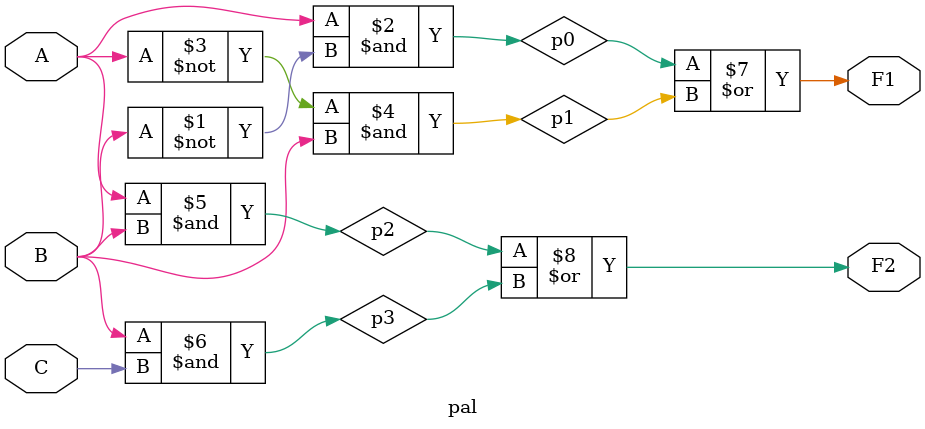
<source format=v>
module pal(A,B,C,F1,F2);     // F1 = a&~b + ~a&b F2 = a&b + b&c

    input  wire A;
    input  wire B;
    input  wire C;
    output wire F1;
    output wire F2;

    wire p0 = A & ~B; // term 0
    wire p1 = ~A & B; // term 1
    wire p2 = A & B;  // term 2
    wire p3 = B & C;  // term 3

    assign F1 = p0 | p1;     
    assign F2 = p2 | p3;     

endmodule

</source>
